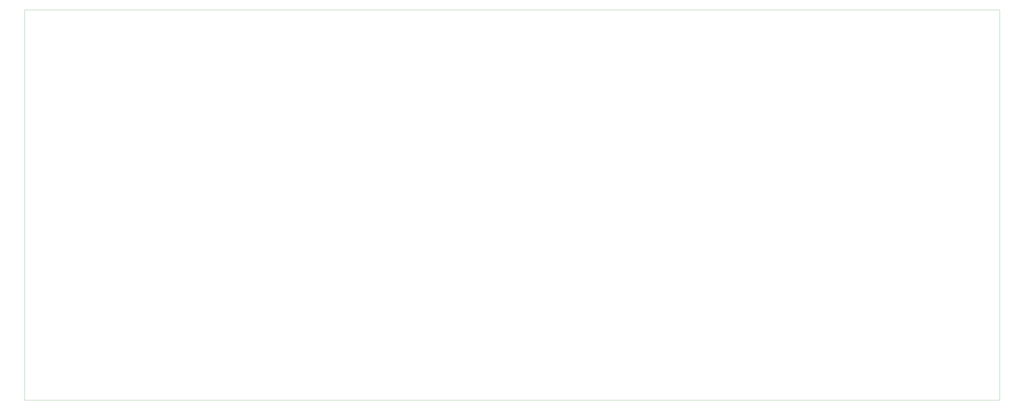
<source format=gm1>
%TF.GenerationSoftware,KiCad,Pcbnew,7.0.2*%
%TF.CreationDate,2023-12-28T23:35:24+05:30*%
%TF.ProjectId,matrixleddisplay,6d617472-6978-46c6-9564-646973706c61,rev?*%
%TF.SameCoordinates,Original*%
%TF.FileFunction,Profile,NP*%
%FSLAX46Y46*%
G04 Gerber Fmt 4.6, Leading zero omitted, Abs format (unit mm)*
G04 Created by KiCad (PCBNEW 7.0.2) date 2023-12-28 23:35:24*
%MOMM*%
%LPD*%
G01*
G04 APERTURE LIST*
%TA.AperFunction,Profile*%
%ADD10C,0.100000*%
%TD*%
G04 APERTURE END LIST*
D10*
X80772000Y-62984164D02*
X480821999Y-62984164D01*
X480821999Y-223248372D01*
X80772000Y-223248372D01*
X80772000Y-62984164D01*
M02*

</source>
